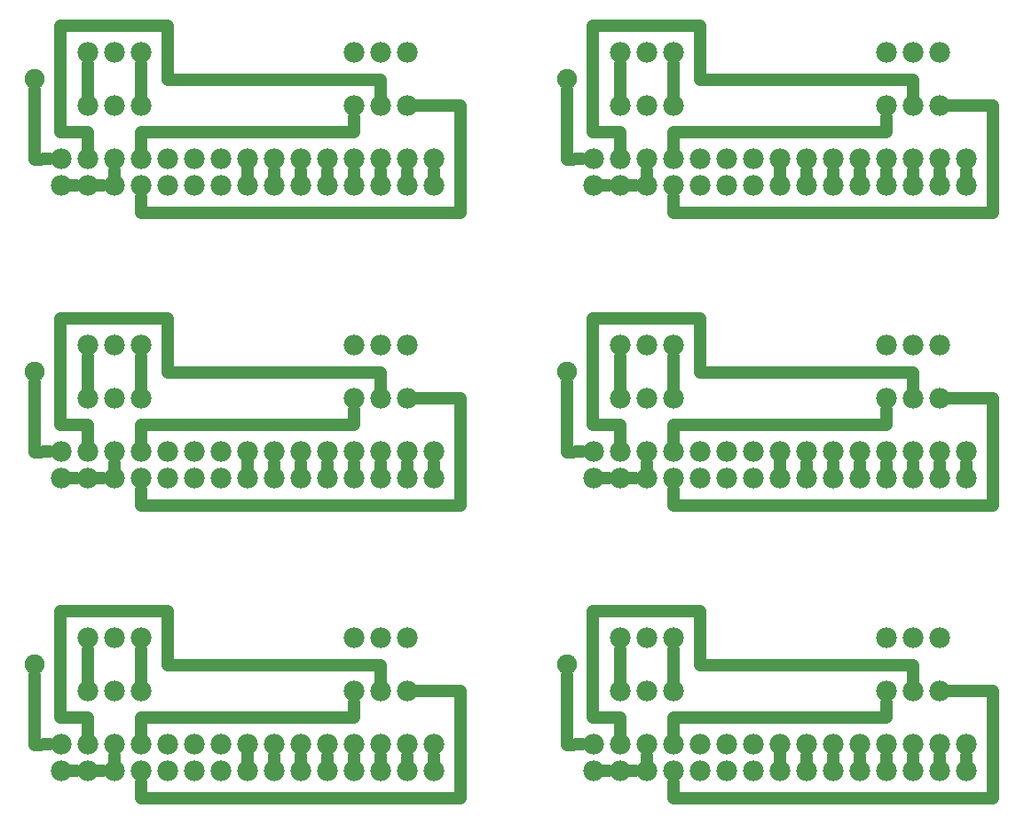
<source format=gbl>
G04 MADE WITH FRITZING*
G04 WWW.FRITZING.ORG*
G04 DOUBLE SIDED*
G04 HOLES PLATED*
G04 CONTOUR ON CENTER OF CONTOUR VECTOR*
%ASAXBY*%
%FSLAX23Y23*%
%MOIN*%
%OFA0B0*%
%SFA1.0B1.0*%
%ADD10C,0.078000*%
%ADD11C,0.075433*%
%ADD12C,0.048000*%
%LNCOPPER0*%
G90*
G70*
G54D10*
X353Y968D03*
X453Y968D03*
X553Y968D03*
X1353Y968D03*
X1453Y968D03*
X1553Y968D03*
X1353Y768D03*
X1453Y768D03*
X1553Y768D03*
X1353Y2968D03*
X1453Y2968D03*
X1553Y2968D03*
X3353Y1868D03*
X3453Y1868D03*
X3553Y1868D03*
X1353Y1868D03*
X1453Y1868D03*
X1553Y1868D03*
X3353Y768D03*
X3453Y768D03*
X3553Y768D03*
X3353Y2968D03*
X3453Y2968D03*
X3553Y2968D03*
X353Y768D03*
X453Y768D03*
X553Y768D03*
X353Y2968D03*
X453Y2968D03*
X553Y2968D03*
X2353Y1868D03*
X2453Y1868D03*
X2553Y1868D03*
X2353Y2968D03*
X2453Y2968D03*
X2553Y2968D03*
X353Y1868D03*
X453Y1868D03*
X553Y1868D03*
X2353Y768D03*
X2453Y768D03*
X2553Y768D03*
G54D11*
X2153Y1968D03*
X153Y3068D03*
X2153Y3068D03*
X153Y868D03*
X153Y1968D03*
X2153Y868D03*
G54D10*
X3653Y2768D03*
X3553Y2768D03*
X3453Y2768D03*
X3353Y2768D03*
X3253Y2768D03*
X3153Y2768D03*
X3053Y2768D03*
X2953Y2768D03*
X2853Y2768D03*
X2753Y2768D03*
X2653Y2768D03*
X2553Y2768D03*
X2453Y2768D03*
X2353Y2768D03*
X2253Y2768D03*
X1653Y2768D03*
X1553Y2768D03*
X1453Y2768D03*
X1353Y2768D03*
X1253Y2768D03*
X1153Y2768D03*
X1053Y2768D03*
X953Y2768D03*
X853Y2768D03*
X753Y2768D03*
X653Y2768D03*
X553Y2768D03*
X453Y2768D03*
X353Y2768D03*
X253Y2768D03*
X3653Y1668D03*
X3553Y1668D03*
X3453Y1668D03*
X3353Y1668D03*
X3253Y1668D03*
X3153Y1668D03*
X3053Y1668D03*
X2953Y1668D03*
X2853Y1668D03*
X2753Y1668D03*
X2653Y1668D03*
X2553Y1668D03*
X2453Y1668D03*
X2353Y1668D03*
X2253Y1668D03*
X3653Y568D03*
X3553Y568D03*
X3453Y568D03*
X3353Y568D03*
X3253Y568D03*
X3153Y568D03*
X3053Y568D03*
X2953Y568D03*
X2853Y568D03*
X2753Y568D03*
X2653Y568D03*
X2553Y568D03*
X2453Y568D03*
X2353Y568D03*
X2253Y568D03*
X1653Y568D03*
X1553Y568D03*
X1453Y568D03*
X1353Y568D03*
X1253Y568D03*
X1153Y568D03*
X1053Y568D03*
X953Y568D03*
X853Y568D03*
X753Y568D03*
X653Y568D03*
X553Y568D03*
X453Y568D03*
X353Y568D03*
X253Y568D03*
X1653Y1668D03*
X1553Y1668D03*
X1453Y1668D03*
X1353Y1668D03*
X1253Y1668D03*
X1153Y1668D03*
X1053Y1668D03*
X953Y1668D03*
X853Y1668D03*
X753Y1668D03*
X653Y1668D03*
X553Y1668D03*
X453Y1668D03*
X353Y1668D03*
X253Y1668D03*
X3653Y2668D03*
X3553Y2668D03*
X3453Y2668D03*
X3353Y2668D03*
X3253Y2668D03*
X3153Y2668D03*
X3053Y2668D03*
X2953Y2668D03*
X2853Y2668D03*
X2753Y2668D03*
X2653Y2668D03*
X2553Y2668D03*
X2453Y2668D03*
X2353Y2668D03*
X2253Y2668D03*
X3653Y1568D03*
X3553Y1568D03*
X3453Y1568D03*
X3353Y1568D03*
X3253Y1568D03*
X3153Y1568D03*
X3053Y1568D03*
X2953Y1568D03*
X2853Y1568D03*
X2753Y1568D03*
X2653Y1568D03*
X2553Y1568D03*
X2453Y1568D03*
X2353Y1568D03*
X2253Y1568D03*
X1653Y2668D03*
X1553Y2668D03*
X1453Y2668D03*
X1353Y2668D03*
X1253Y2668D03*
X1153Y2668D03*
X1053Y2668D03*
X953Y2668D03*
X853Y2668D03*
X753Y2668D03*
X653Y2668D03*
X553Y2668D03*
X453Y2668D03*
X353Y2668D03*
X253Y2668D03*
X1653Y468D03*
X1553Y468D03*
X1453Y468D03*
X1353Y468D03*
X1253Y468D03*
X1153Y468D03*
X1053Y468D03*
X953Y468D03*
X853Y468D03*
X753Y468D03*
X653Y468D03*
X553Y468D03*
X453Y468D03*
X353Y468D03*
X253Y468D03*
X1653Y1568D03*
X1553Y1568D03*
X1453Y1568D03*
X1353Y1568D03*
X1253Y1568D03*
X1153Y1568D03*
X1053Y1568D03*
X953Y1568D03*
X853Y1568D03*
X753Y1568D03*
X653Y1568D03*
X553Y1568D03*
X453Y1568D03*
X353Y1568D03*
X253Y1568D03*
X3653Y468D03*
X3553Y468D03*
X3453Y468D03*
X3353Y468D03*
X3253Y468D03*
X3153Y468D03*
X3053Y468D03*
X2953Y468D03*
X2853Y468D03*
X2753Y468D03*
X2653Y468D03*
X2553Y468D03*
X2453Y468D03*
X2353Y468D03*
X2253Y468D03*
X2353Y3168D03*
X2453Y3168D03*
X2553Y3168D03*
X2353Y2068D03*
X2453Y2068D03*
X2553Y2068D03*
X2353Y968D03*
X2453Y968D03*
X2553Y968D03*
X3353Y2068D03*
X3453Y2068D03*
X3553Y2068D03*
X3353Y3168D03*
X3453Y3168D03*
X3553Y3168D03*
X3353Y968D03*
X3453Y968D03*
X3553Y968D03*
X353Y2068D03*
X453Y2068D03*
X553Y2068D03*
X1353Y2068D03*
X1453Y2068D03*
X1553Y2068D03*
X353Y3168D03*
X453Y3168D03*
X553Y3168D03*
X1353Y3168D03*
X1453Y3168D03*
X1553Y3168D03*
G54D12*
X2553Y3127D02*
X2553Y3009D01*
D02*
X553Y3127D02*
X553Y3009D01*
D02*
X2553Y2027D02*
X2553Y1909D01*
D02*
X2553Y927D02*
X2553Y809D01*
D02*
X553Y927D02*
X553Y809D01*
D02*
X553Y2027D02*
X553Y1909D01*
D02*
X2353Y2809D02*
X2353Y2868D01*
D02*
X2353Y1709D02*
X2353Y1768D01*
D02*
X353Y2809D02*
X353Y2868D01*
D02*
X353Y609D02*
X353Y668D01*
D02*
X353Y1709D02*
X353Y1768D01*
D02*
X2353Y609D02*
X2353Y668D01*
D02*
X252Y1768D02*
X252Y2168D01*
D02*
X2252Y2868D02*
X2252Y3268D01*
D02*
X2353Y2868D02*
X2252Y2868D01*
D02*
X353Y2868D02*
X252Y2868D01*
D02*
X252Y2868D02*
X252Y3268D01*
D02*
X353Y1768D02*
X252Y1768D01*
D02*
X2353Y668D02*
X2252Y668D01*
D02*
X252Y668D02*
X252Y1068D01*
D02*
X353Y668D02*
X252Y668D01*
D02*
X2353Y1768D02*
X2252Y1768D01*
D02*
X2252Y668D02*
X2252Y1068D01*
D02*
X2252Y1768D02*
X2252Y2168D01*
D02*
X2653Y2168D02*
X2655Y2152D01*
D02*
X2252Y3268D02*
X2653Y3268D01*
D02*
X653Y3268D02*
X655Y3252D01*
D02*
X2653Y3268D02*
X2655Y3252D01*
D02*
X653Y2168D02*
X655Y2152D01*
D02*
X252Y3268D02*
X653Y3268D01*
D02*
X252Y1068D02*
X653Y1068D01*
D02*
X653Y1068D02*
X655Y1052D01*
D02*
X252Y2168D02*
X653Y2168D01*
D02*
X2252Y1068D02*
X2653Y1068D01*
D02*
X2252Y2168D02*
X2653Y2168D01*
D02*
X2653Y1068D02*
X2655Y1052D01*
D02*
X653Y3067D02*
X1254Y3067D01*
D02*
X3254Y1967D02*
X3453Y1967D01*
D02*
X655Y3252D02*
X653Y3067D01*
D02*
X2653Y3067D02*
X3254Y3067D01*
D02*
X1254Y3067D02*
X1453Y3067D01*
D02*
X3254Y3067D02*
X3453Y3067D01*
D02*
X2653Y1967D02*
X3254Y1967D01*
D02*
X2655Y3252D02*
X2653Y3067D01*
D02*
X2655Y2152D02*
X2653Y1967D01*
D02*
X3254Y867D02*
X3453Y867D01*
D02*
X653Y867D02*
X1254Y867D01*
D02*
X1254Y867D02*
X1453Y867D01*
D02*
X655Y1052D02*
X653Y867D01*
D02*
X1254Y1967D02*
X1453Y1967D01*
D02*
X655Y2152D02*
X653Y1967D01*
D02*
X2653Y867D02*
X3254Y867D01*
D02*
X653Y1967D02*
X1254Y1967D01*
D02*
X2655Y1052D02*
X2653Y867D01*
D02*
X3453Y3067D02*
X3453Y3009D01*
D02*
X1453Y3067D02*
X1453Y3009D01*
D02*
X3453Y1967D02*
X3453Y1909D01*
D02*
X3453Y867D02*
X3453Y809D01*
D02*
X1453Y867D02*
X1453Y809D01*
D02*
X1453Y1967D02*
X1453Y1909D01*
D02*
X2353Y3127D02*
X2353Y3009D01*
D02*
X353Y3127D02*
X353Y3009D01*
D02*
X353Y2027D02*
X353Y1909D01*
D02*
X2353Y927D02*
X2353Y809D01*
D02*
X2353Y2027D02*
X2353Y1909D01*
D02*
X353Y927D02*
X353Y809D01*
D02*
X2553Y1527D02*
X2553Y1467D01*
D02*
X553Y1527D02*
X553Y1467D01*
D02*
X2553Y427D02*
X2553Y367D01*
D02*
X553Y427D02*
X553Y367D01*
D02*
X553Y2627D02*
X553Y2567D01*
D02*
X2553Y2627D02*
X2553Y2567D01*
D02*
X2553Y2567D02*
X3754Y2567D01*
D02*
X2553Y1467D02*
X3754Y1467D01*
D02*
X553Y2567D02*
X1753Y2567D01*
D02*
X553Y367D02*
X1754Y367D01*
D02*
X553Y1467D02*
X1753Y1467D01*
D02*
X2553Y367D02*
X3753Y367D01*
D02*
X3754Y1467D02*
X3754Y1869D01*
D02*
X1753Y2567D02*
X1754Y2969D01*
D02*
X3754Y2567D02*
X3754Y2969D01*
D02*
X3753Y367D02*
X3754Y769D01*
D02*
X1753Y1467D02*
X1754Y1869D01*
D02*
X1754Y367D02*
X1754Y769D01*
D02*
X1754Y2969D02*
X1594Y2968D01*
D02*
X3754Y2969D02*
X3594Y2968D01*
D02*
X3754Y1869D02*
X3594Y1868D01*
D02*
X3754Y769D02*
X3594Y768D01*
D02*
X1754Y1869D02*
X1594Y1868D01*
D02*
X1754Y769D02*
X1594Y768D01*
D02*
X3053Y2727D02*
X3053Y2709D01*
D02*
X1053Y2727D02*
X1053Y2709D01*
D02*
X3053Y1627D02*
X3053Y1609D01*
D02*
X3053Y527D02*
X3053Y509D01*
D02*
X1053Y527D02*
X1053Y509D01*
D02*
X1053Y1627D02*
X1053Y1609D01*
D02*
X3353Y2727D02*
X3353Y2709D01*
D02*
X3353Y1627D02*
X3353Y1609D01*
D02*
X1353Y2727D02*
X1353Y2709D01*
D02*
X1353Y527D02*
X1353Y509D01*
D02*
X1353Y1627D02*
X1353Y1609D01*
D02*
X3353Y527D02*
X3353Y509D01*
D02*
X1553Y2727D02*
X1553Y2709D01*
D02*
X1553Y1627D02*
X1553Y1609D01*
D02*
X3553Y2727D02*
X3553Y2709D01*
D02*
X1553Y527D02*
X1553Y509D01*
D02*
X3553Y1627D02*
X3553Y1609D01*
D02*
X3553Y527D02*
X3553Y509D01*
D02*
X3453Y1627D02*
X3453Y1609D01*
D02*
X1453Y2727D02*
X1453Y2709D01*
D02*
X3453Y2727D02*
X3453Y2709D01*
D02*
X3453Y527D02*
X3453Y509D01*
D02*
X1453Y1627D02*
X1453Y1609D01*
D02*
X1453Y527D02*
X1453Y509D01*
D02*
X1153Y2727D02*
X1153Y2709D01*
D02*
X3153Y2727D02*
X3153Y2709D01*
D02*
X3153Y1627D02*
X3153Y1609D01*
D02*
X1153Y527D02*
X1153Y509D01*
D02*
X1153Y1627D02*
X1153Y1609D01*
D02*
X3153Y527D02*
X3153Y509D01*
D02*
X3653Y2727D02*
X3653Y2709D01*
D02*
X1653Y2727D02*
X1653Y2709D01*
D02*
X3653Y1627D02*
X3653Y1609D01*
D02*
X3653Y527D02*
X3653Y509D01*
D02*
X1653Y527D02*
X1653Y509D01*
D02*
X1653Y1627D02*
X1653Y1609D01*
D02*
X2453Y2709D02*
X2453Y2727D01*
D02*
X453Y2709D02*
X453Y2727D01*
D02*
X2453Y1609D02*
X2453Y1627D01*
D02*
X2453Y509D02*
X2453Y527D01*
D02*
X453Y509D02*
X453Y527D01*
D02*
X453Y1609D02*
X453Y1627D01*
D02*
X3253Y2727D02*
X3253Y2709D01*
D02*
X3253Y1627D02*
X3253Y1609D01*
D02*
X1253Y2727D02*
X1253Y2709D01*
D02*
X1253Y527D02*
X1253Y509D01*
D02*
X1253Y1627D02*
X1253Y1609D01*
D02*
X3253Y527D02*
X3253Y509D01*
D02*
X2153Y3028D02*
X2154Y2767D01*
D02*
X154Y1667D02*
X212Y1668D01*
D02*
X2154Y2767D02*
X2212Y2768D01*
D02*
X154Y2767D02*
X212Y2768D01*
D02*
X153Y3028D02*
X154Y2767D01*
D02*
X153Y1928D02*
X154Y1667D01*
D02*
X154Y567D02*
X212Y568D01*
D02*
X2154Y567D02*
X2212Y568D01*
D02*
X153Y828D02*
X154Y567D01*
D02*
X2154Y1667D02*
X2212Y1668D01*
D02*
X2153Y828D02*
X2154Y567D01*
D02*
X2153Y1928D02*
X2154Y1667D01*
D02*
X3353Y2868D02*
X2553Y2868D01*
D02*
X1353Y1827D02*
X1353Y1768D01*
D02*
X1353Y1768D02*
X553Y1768D01*
D02*
X3353Y2927D02*
X3353Y2868D01*
D02*
X1353Y2868D02*
X553Y2868D01*
D02*
X2553Y2868D02*
X2553Y2809D01*
D02*
X1353Y2927D02*
X1353Y2868D01*
D02*
X553Y2868D02*
X553Y2809D01*
D02*
X553Y1768D02*
X553Y1709D01*
D02*
X3353Y1827D02*
X3353Y1768D01*
D02*
X1353Y727D02*
X1353Y668D01*
D02*
X553Y668D02*
X553Y609D01*
D02*
X3353Y668D02*
X2553Y668D01*
D02*
X1353Y668D02*
X553Y668D01*
D02*
X2553Y668D02*
X2553Y609D01*
D02*
X3353Y1768D02*
X2553Y1768D01*
D02*
X2553Y1768D02*
X2553Y1709D01*
D02*
X3353Y727D02*
X3353Y668D01*
D02*
X394Y2668D02*
X412Y2668D01*
D02*
X2394Y1568D02*
X2412Y1568D01*
D02*
X2394Y2668D02*
X2412Y2668D01*
D02*
X394Y468D02*
X412Y468D01*
D02*
X394Y1568D02*
X412Y1568D01*
D02*
X2394Y468D02*
X2412Y468D01*
D02*
X2312Y2668D02*
X2294Y2668D01*
D02*
X312Y2668D02*
X294Y2668D01*
D02*
X312Y1568D02*
X294Y1568D01*
D02*
X2312Y468D02*
X2294Y468D01*
D02*
X2312Y1568D02*
X2294Y1568D01*
D02*
X312Y468D02*
X294Y468D01*
D02*
X953Y498D02*
X953Y538D01*
D02*
X2953Y498D02*
X2953Y538D01*
D02*
X2953Y1598D02*
X2953Y1638D01*
D02*
X953Y1598D02*
X953Y1638D01*
D02*
X2953Y2698D02*
X2953Y2738D01*
D02*
X953Y2698D02*
X953Y2738D01*
G04 End of Copper0*
M02*
</source>
